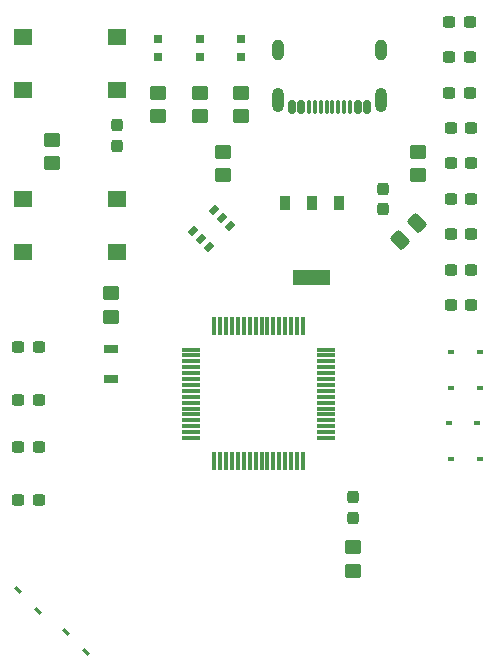
<source format=gbr>
%TF.GenerationSoftware,KiCad,Pcbnew,9.0.0*%
%TF.CreationDate,2025-04-07T16:42:38-05:00*%
%TF.ProjectId,Project 2.0,50726f6a-6563-4742-9032-2e302e6b6963,rev?*%
%TF.SameCoordinates,Original*%
%TF.FileFunction,Paste,Top*%
%TF.FilePolarity,Positive*%
%FSLAX46Y46*%
G04 Gerber Fmt 4.6, Leading zero omitted, Abs format (unit mm)*
G04 Created by KiCad (PCBNEW 9.0.0) date 2025-04-07 16:42:38*
%MOMM*%
%LPD*%
G01*
G04 APERTURE LIST*
G04 Aperture macros list*
%AMRoundRect*
0 Rectangle with rounded corners*
0 $1 Rounding radius*
0 $2 $3 $4 $5 $6 $7 $8 $9 X,Y pos of 4 corners*
0 Add a 4 corners polygon primitive as box body*
4,1,4,$2,$3,$4,$5,$6,$7,$8,$9,$2,$3,0*
0 Add four circle primitives for the rounded corners*
1,1,$1+$1,$2,$3*
1,1,$1+$1,$4,$5*
1,1,$1+$1,$6,$7*
1,1,$1+$1,$8,$9*
0 Add four rect primitives between the rounded corners*
20,1,$1+$1,$2,$3,$4,$5,0*
20,1,$1+$1,$4,$5,$6,$7,0*
20,1,$1+$1,$6,$7,$8,$9,0*
20,1,$1+$1,$8,$9,$2,$3,0*%
%AMRotRect*
0 Rectangle, with rotation*
0 The origin of the aperture is its center*
0 $1 length*
0 $2 width*
0 $3 Rotation angle, in degrees counterclockwise*
0 Add horizontal line*
21,1,$1,$2,0,0,$3*%
G04 Aperture macros list end*
%ADD10C,0.000000*%
%ADD11RoundRect,0.237500X0.300000X0.237500X-0.300000X0.237500X-0.300000X-0.237500X0.300000X-0.237500X0*%
%ADD12R,0.787400X0.787400*%
%ADD13RoundRect,0.250000X-0.450000X0.350000X-0.450000X-0.350000X0.450000X-0.350000X0.450000X0.350000X0*%
%ADD14RoundRect,0.250000X0.450000X-0.350000X0.450000X0.350000X-0.450000X0.350000X-0.450000X-0.350000X0*%
%ADD15RoundRect,0.237500X-0.300000X-0.237500X0.300000X-0.237500X0.300000X0.237500X-0.300000X0.237500X0*%
%ADD16R,0.600700X0.355600*%
%ADD17R,1.549908X1.400048*%
%ADD18RoundRect,0.237500X-0.237500X0.300000X-0.237500X-0.300000X0.237500X-0.300000X0.237500X0.300000X0*%
%ADD19R,1.500000X0.300000*%
%ADD20R,0.300000X1.500000*%
%ADD21RotRect,0.600700X0.355600X315.000000*%
%ADD22RoundRect,0.250000X0.097227X-0.574524X0.574524X-0.097227X-0.097227X0.574524X-0.574524X0.097227X0*%
%ADD23RoundRect,0.237500X0.237500X-0.300000X0.237500X0.300000X-0.237500X0.300000X-0.237500X-0.300000X0*%
%ADD24R,1.244600X0.762000*%
%ADD25RoundRect,0.150000X0.150000X0.425000X-0.150000X0.425000X-0.150000X-0.425000X0.150000X-0.425000X0*%
%ADD26RoundRect,0.075000X0.075000X0.500000X-0.075000X0.500000X-0.075000X-0.500000X0.075000X-0.500000X0*%
%ADD27O,1.000000X2.100000*%
%ADD28O,1.000000X1.800000*%
%ADD29RotRect,0.774700X0.508000X225.000000*%
%ADD30R,0.863600X1.295400*%
%ADD31RotRect,0.600700X0.355600X135.000000*%
G04 APERTURE END LIST*
D10*
%TO.C,CR1*%
G36*
X186374800Y-74047300D02*
G01*
X183225200Y-74047300D01*
X183225200Y-72751900D01*
X186374800Y-72751900D01*
X186374800Y-74047300D01*
G37*
%TD*%
D11*
%TO.C,C10*%
X161662501Y-83750000D03*
X159937499Y-83750000D03*
%TD*%
D12*
%TO.C,LED3*%
X171800000Y-53251400D03*
X171800000Y-54750000D03*
%TD*%
D13*
%TO.C,R5*%
X177300000Y-62750000D03*
X177300000Y-64750000D03*
%TD*%
D11*
%TO.C,C9*%
X161662501Y-79250000D03*
X159937499Y-79250000D03*
%TD*%
D14*
%TO.C,R7*%
X175300000Y-59750000D03*
X175300000Y-57750000D03*
%TD*%
D15*
%TO.C,C7*%
X196575000Y-69750000D03*
X198300000Y-69750000D03*
%TD*%
%TO.C,C3*%
X196437500Y-57750000D03*
X198162500Y-57750000D03*
%TD*%
D16*
%TO.C,CR6*%
X196395900Y-85750000D03*
X198800000Y-85750000D03*
%TD*%
D17*
%TO.C,SW1*%
X168274998Y-57500001D03*
X168274998Y-52999999D03*
X160325002Y-57500001D03*
X160325002Y-52999999D03*
%TD*%
D18*
%TO.C,C13*%
X190800000Y-65887499D03*
X190800000Y-67612501D03*
%TD*%
%TO.C,C8*%
X168300000Y-60524998D03*
X168300000Y-62250000D03*
%TD*%
D19*
%TO.C,U1*%
X174600000Y-79500000D03*
X174600000Y-80000000D03*
X174600000Y-80500000D03*
X174600000Y-81000000D03*
X174600000Y-81500000D03*
X174600000Y-82000000D03*
X174600000Y-82500000D03*
X174600000Y-83000000D03*
X174600000Y-83500000D03*
X174600000Y-84000000D03*
X174600000Y-84500000D03*
X174600000Y-85000000D03*
X174600000Y-85500000D03*
X174600000Y-86000000D03*
X174600000Y-86500000D03*
X174600000Y-87000000D03*
D20*
X176550000Y-88950000D03*
X177050000Y-88950000D03*
X177550000Y-88950000D03*
X178050000Y-88950000D03*
X178550000Y-88950000D03*
X179050000Y-88950000D03*
X179550000Y-88950000D03*
X180050000Y-88950000D03*
X180550000Y-88950000D03*
X181050000Y-88950000D03*
X181550000Y-88950000D03*
X182050000Y-88950000D03*
X182550000Y-88950000D03*
X183050000Y-88950000D03*
X183550000Y-88950000D03*
X184050000Y-88950000D03*
D19*
X186000000Y-87000000D03*
X186000000Y-86500000D03*
X186000000Y-86000000D03*
X186000000Y-85500000D03*
X186000000Y-85000000D03*
X186000000Y-84500000D03*
X186000000Y-84000000D03*
X186000000Y-83500000D03*
X186000000Y-83000000D03*
X186000000Y-82500000D03*
X186000000Y-82000000D03*
X186000000Y-81500000D03*
X186000000Y-81000000D03*
X186000000Y-80500000D03*
X186000000Y-80000000D03*
X186000000Y-79500000D03*
D20*
X184050000Y-77550000D03*
X183550000Y-77550000D03*
X183050000Y-77550000D03*
X182550000Y-77550000D03*
X182050000Y-77550000D03*
X181550000Y-77550000D03*
X181050000Y-77550000D03*
X180550000Y-77550000D03*
X180050000Y-77550000D03*
X179550000Y-77550000D03*
X179050000Y-77550000D03*
X178550000Y-77550000D03*
X178050000Y-77550000D03*
X177550000Y-77550000D03*
X177050000Y-77550000D03*
X176550000Y-77550000D03*
%TD*%
D15*
%TO.C,C4*%
X196575000Y-60750000D03*
X198300000Y-60750000D03*
%TD*%
D17*
%TO.C,SW2*%
X160350004Y-66749998D03*
X160350004Y-71250000D03*
X168300000Y-66749998D03*
X168300000Y-71250000D03*
%TD*%
D15*
%TO.C,C16*%
X196574998Y-75750000D03*
X198300000Y-75750000D03*
%TD*%
%TO.C,C15*%
X196574998Y-72750000D03*
X198300000Y-72750000D03*
%TD*%
D11*
%TO.C,C11*%
X161662501Y-87750000D03*
X159937499Y-87750000D03*
%TD*%
D21*
%TO.C,CR4*%
X163950022Y-103400022D03*
X165649978Y-105099978D03*
%TD*%
D16*
%TO.C,CR13*%
X196597950Y-79750000D03*
X199002050Y-79750000D03*
%TD*%
D22*
%TO.C,C14*%
X192266377Y-70233623D03*
X193733623Y-68766377D03*
%TD*%
D15*
%TO.C,C5*%
X196575000Y-63750000D03*
X198300000Y-63750000D03*
%TD*%
D12*
%TO.C,LED1*%
X178800000Y-53251400D03*
X178800000Y-54750000D03*
%TD*%
D23*
%TO.C,C17*%
X188300000Y-93750000D03*
X188300000Y-92024998D03*
%TD*%
D14*
%TO.C,R6*%
X178800000Y-59750000D03*
X178800000Y-57750000D03*
%TD*%
D16*
%TO.C,CR14*%
X196597950Y-82750000D03*
X199002050Y-82750000D03*
%TD*%
D15*
%TO.C,C1*%
X196437500Y-51750000D03*
X198162500Y-51750000D03*
%TD*%
%TO.C,C6*%
X196575000Y-66750000D03*
X198300000Y-66750000D03*
%TD*%
D24*
%TO.C,XTAL1*%
X167800000Y-79479999D03*
X167800000Y-82020001D03*
%TD*%
D25*
%TO.C,J11*%
X189500000Y-58930000D03*
X188700000Y-58930000D03*
D26*
X187550000Y-58929999D03*
X186550000Y-58930000D03*
X186050000Y-58930000D03*
X185050000Y-58929999D03*
D25*
X183900000Y-58930000D03*
X183100000Y-58930000D03*
X183100000Y-58930000D03*
X183900000Y-58930000D03*
D26*
X184550000Y-58930000D03*
X185550000Y-58930000D03*
X187050000Y-58930000D03*
X188050000Y-58930000D03*
D25*
X188700000Y-58930000D03*
X189500000Y-58930000D03*
D27*
X190620000Y-58355000D03*
D28*
X190620000Y-54175000D03*
D27*
X181980000Y-58355000D03*
D28*
X181980000Y-54175000D03*
%TD*%
D13*
%TO.C,R2*%
X167800000Y-74750000D03*
X167800000Y-76750000D03*
%TD*%
D16*
%TO.C,CR5*%
X196597950Y-88750000D03*
X199002050Y-88750000D03*
%TD*%
D11*
%TO.C,C12*%
X161662501Y-92250000D03*
X159937499Y-92250000D03*
%TD*%
D13*
%TO.C,R4*%
X193800000Y-62750000D03*
X193800000Y-64750000D03*
%TD*%
D29*
%TO.C,U2*%
X177865288Y-69028217D03*
X177193535Y-68356465D03*
X176521783Y-67684712D03*
X174734712Y-69471783D03*
X175406465Y-70143535D03*
X176078217Y-70815288D03*
%TD*%
D12*
%TO.C,LED2*%
X175300000Y-53251401D03*
X175300000Y-54750001D03*
%TD*%
D13*
%TO.C,R3*%
X162800000Y-61750000D03*
X162800000Y-63750000D03*
%TD*%
D14*
%TO.C,R8*%
X171800000Y-59750000D03*
X171800000Y-57750000D03*
%TD*%
D30*
%TO.C,CR1*%
X187100000Y-67100400D03*
X184800000Y-67100399D03*
X182500000Y-67100400D03*
%TD*%
D31*
%TO.C,CR3*%
X161649978Y-101599978D03*
X159950022Y-99900022D03*
%TD*%
D13*
%TO.C,R1*%
X188300000Y-96250000D03*
X188300000Y-98250000D03*
%TD*%
D15*
%TO.C,C2*%
X196437500Y-54750000D03*
X198162500Y-54750000D03*
%TD*%
M02*

</source>
